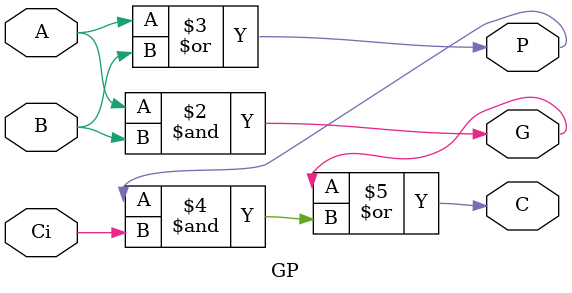
<source format=v>
`timescale 1ns / 1ps


module GP(
    input  wire A,
    input  wire B,
    input  wire Ci,
    output reg  G,
    output reg  P,
    output reg  C
    );

    always @(*)
        begin
            G = A & B;
            P = A | B;  // A xor B can also be used
            C = G | P & Ci;
        end
endmodule

</source>
